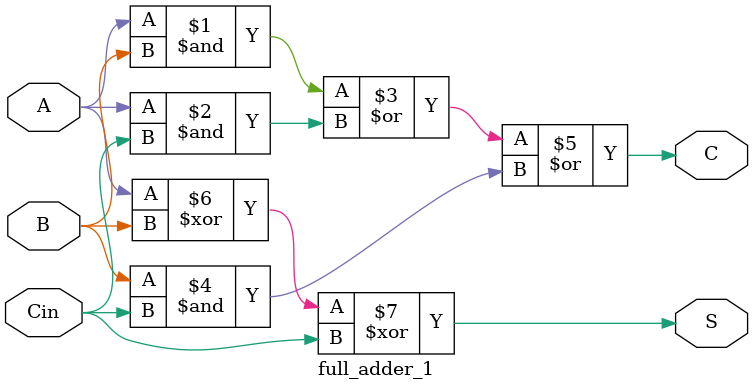
<source format=v>
`timescale 1ns / 1ps


module full_adder_1(
    input Cin, A, B, output C, S
    );
    
    assign C = (A&B)|(A&Cin)|(B&Cin);
    assign S = A^B^Cin;
endmodule

</source>
